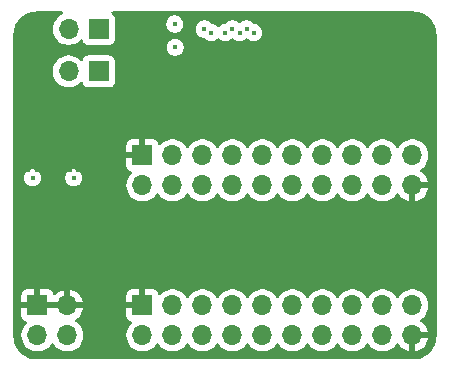
<source format=gbr>
%TF.GenerationSoftware,KiCad,Pcbnew,9.0.0-rc3-b7b28e555e~182~ubuntu24.04.1*%
%TF.CreationDate,2025-02-14T00:47:13-05:00*%
%TF.ProjectId,SharpBreakout,53686172-7042-4726-9561-6b6f75742e6b,rev?*%
%TF.SameCoordinates,Original*%
%TF.FileFunction,Copper,L2,Inr*%
%TF.FilePolarity,Positive*%
%FSLAX46Y46*%
G04 Gerber Fmt 4.6, Leading zero omitted, Abs format (unit mm)*
G04 Created by KiCad (PCBNEW 9.0.0-rc3-b7b28e555e~182~ubuntu24.04.1) date 2025-02-14 00:47:13*
%MOMM*%
%LPD*%
G01*
G04 APERTURE LIST*
%TA.AperFunction,ComponentPad*%
%ADD10R,1.700000X1.700000*%
%TD*%
%TA.AperFunction,ComponentPad*%
%ADD11O,1.700000X1.700000*%
%TD*%
%TA.AperFunction,ViaPad*%
%ADD12C,0.450000*%
%TD*%
%TA.AperFunction,ViaPad*%
%ADD13C,0.600000*%
%TD*%
G04 APERTURE END LIST*
D10*
%TO.N,/VDD1*%
%TO.C,J6*%
X133455000Y-88140000D03*
D11*
%TO.N,Net-(J6-Pin_2)*%
X130915000Y-88140000D03*
%TD*%
D10*
%TO.N,/VDD2*%
%TO.C,J2*%
X133455000Y-84540000D03*
D11*
%TO.N,Net-(J2-Pin_2)*%
X130915000Y-84540000D03*
%TD*%
D10*
%TO.N,GND*%
%TO.C,J3*%
X137155000Y-95245000D03*
D11*
%TO.N,unconnected-(J3-Pin_2-Pad2)*%
X137155000Y-97785000D03*
%TO.N,/BCK*%
X139695000Y-95245000D03*
%TO.N,/R1*%
X139695000Y-97785000D03*
%TO.N,/G1*%
X142235000Y-95245000D03*
%TO.N,/B1*%
X142235000Y-97785000D03*
%TO.N,unconnected-(J3-Pin_7-Pad7)*%
X144775000Y-95245000D03*
%TO.N,/VB*%
X144775000Y-97785000D03*
%TO.N,unconnected-(J3-Pin_9-Pad9)*%
X147315000Y-95245000D03*
%TO.N,unconnected-(J3-Pin_10-Pad10)*%
X147315000Y-97785000D03*
%TO.N,unconnected-(J3-Pin_11-Pad11)*%
X149855000Y-95245000D03*
%TO.N,unconnected-(J3-Pin_12-Pad12)*%
X149855000Y-97785000D03*
%TO.N,unconnected-(J3-Pin_13-Pad13)*%
X152395000Y-95245000D03*
%TO.N,unconnected-(J3-Pin_14-Pad14)*%
X152395000Y-97785000D03*
%TO.N,unconnected-(J3-Pin_15-Pad15)*%
X154935000Y-95245000D03*
%TO.N,unconnected-(J3-Pin_16-Pad16)*%
X154935000Y-97785000D03*
%TO.N,unconnected-(J3-Pin_17-Pad17)*%
X157475000Y-95245000D03*
%TO.N,unconnected-(J3-Pin_18-Pad18)*%
X157475000Y-97785000D03*
%TO.N,unconnected-(J3-Pin_19-Pad19)*%
X160015000Y-95245000D03*
%TO.N,GND*%
X160015000Y-97785000D03*
%TD*%
D10*
%TO.N,GND*%
%TO.C,J5*%
X137155000Y-107945000D03*
D11*
%TO.N,VDDIO*%
X137155000Y-110485000D03*
%TO.N,unconnected-(J5-Pin_3-Pad3)*%
X139695000Y-107945000D03*
%TO.N,unconnected-(J5-Pin_4-Pad4)*%
X139695000Y-110485000D03*
%TO.N,unconnected-(J5-Pin_5-Pad5)*%
X142235000Y-107945000D03*
%TO.N,unconnected-(J5-Pin_6-Pad6)*%
X142235000Y-110485000D03*
%TO.N,/VDDIO_EN*%
X144775000Y-107945000D03*
%TO.N,/VBUS_EN*%
X144775000Y-110485000D03*
%TO.N,/INTB*%
X147315000Y-107945000D03*
%TO.N,/GCK*%
X147315000Y-110485000D03*
%TO.N,/GSP*%
X149855000Y-107945000D03*
%TO.N,/VA*%
X149855000Y-110485000D03*
%TO.N,/BSP*%
X152395000Y-107945000D03*
%TO.N,/GEN*%
X152395000Y-110485000D03*
%TO.N,/G0*%
X154935000Y-107945000D03*
%TO.N,/R0*%
X154935000Y-110485000D03*
%TO.N,unconnected-(J5-Pin_17-Pad17)*%
X157475000Y-107945000D03*
%TO.N,/B0*%
X157475000Y-110485000D03*
%TO.N,unconnected-(J5-Pin_19-Pad19)*%
X160015000Y-107945000D03*
%TO.N,GND*%
X160015000Y-110485000D03*
%TD*%
D10*
%TO.N,GND*%
%TO.C,J4*%
X128265000Y-107945000D03*
D11*
%TO.N,VBUS*%
X128265000Y-110485000D03*
%TO.N,GND*%
X130805000Y-107945000D03*
%TO.N,VDDEXT*%
X130805000Y-110485000D03*
%TD*%
D12*
%TO.N,/GSP*%
X142380000Y-84550000D03*
%TO.N,/GEN*%
X142980000Y-84860000D03*
%TO.N,/BSP*%
X144780000Y-84550000D03*
%TO.N,/G0*%
X145980000Y-84550000D03*
%TO.N,/B0*%
X146580000Y-84860000D03*
%TO.N,GND*%
X130400000Y-100075000D03*
X159750000Y-85910000D03*
X143810000Y-104270000D03*
X136390000Y-89470000D03*
D13*
X127875000Y-84175000D03*
D12*
X131700000Y-96500000D03*
X127490000Y-96500000D03*
X149370000Y-102890000D03*
X156240000Y-85910000D03*
X151760000Y-104080000D03*
X159830000Y-105580000D03*
X144450000Y-88800000D03*
X142810000Y-103270000D03*
X134710000Y-105230000D03*
X146630000Y-103670000D03*
X144870000Y-105350000D03*
X150390000Y-105480000D03*
X144850000Y-103350000D03*
X146640000Y-105370000D03*
X144454000Y-86890000D03*
X156220000Y-92420000D03*
X147890000Y-103790000D03*
X128740000Y-88320000D03*
X139750000Y-88680000D03*
X156220000Y-89300000D03*
X157620000Y-103490000D03*
X126900000Y-100050000D03*
X157400000Y-100820000D03*
X128220000Y-96500000D03*
X159780000Y-89280000D03*
D13*
X126900000Y-85475000D03*
D12*
X153070000Y-105580000D03*
X131510000Y-94000000D03*
X152140000Y-92390000D03*
X131090000Y-101490000D03*
X151760000Y-105580000D03*
X128800000Y-94000000D03*
X144450000Y-87660000D03*
X159710000Y-100720000D03*
X153070000Y-104050000D03*
X152070000Y-85910000D03*
X136075000Y-86100000D03*
X131040000Y-96500000D03*
X152000000Y-89200000D03*
X150260000Y-103840000D03*
X159870000Y-92440000D03*
X147910000Y-105310000D03*
X157650000Y-105480000D03*
X139340000Y-105400000D03*
X159760000Y-103400000D03*
X136075000Y-84100000D03*
X128710000Y-91410000D03*
%TO.N,/R0*%
X145380000Y-84860000D03*
%TO.N,/VDD2*%
X139900000Y-84125000D03*
%TO.N,/VDD1*%
X144180000Y-84860000D03*
X139925000Y-86085000D03*
%TO.N,/VBUS_EN*%
X127850000Y-97150000D03*
%TO.N,/VDDIO_EN*%
X131350000Y-97150000D03*
%TD*%
%TA.AperFunction,Conductor*%
%TO.N,GND*%
G36*
X130339075Y-107752007D02*
G01*
X130305000Y-107879174D01*
X130305000Y-108010826D01*
X130339075Y-108137993D01*
X130371988Y-108195000D01*
X128698012Y-108195000D01*
X128730925Y-108137993D01*
X128765000Y-108010826D01*
X128765000Y-107879174D01*
X128730925Y-107752007D01*
X128698012Y-107695000D01*
X130371988Y-107695000D01*
X130339075Y-107752007D01*
G37*
%TD.AperFunction*%
%TA.AperFunction,Conductor*%
G36*
X130414682Y-83070185D02*
G01*
X130460437Y-83122989D01*
X130470381Y-83192147D01*
X130441356Y-83255703D01*
X130400415Y-83285222D01*
X130400929Y-83286231D01*
X130207179Y-83384951D01*
X130035213Y-83509890D01*
X129884890Y-83660213D01*
X129759951Y-83832179D01*
X129663444Y-84021585D01*
X129663443Y-84021587D01*
X129663443Y-84021588D01*
X129642022Y-84087514D01*
X129597753Y-84223760D01*
X129564500Y-84433713D01*
X129564500Y-84646286D01*
X129592428Y-84822620D01*
X129597754Y-84856243D01*
X129648519Y-85012482D01*
X129663444Y-85058414D01*
X129759951Y-85247820D01*
X129884890Y-85419786D01*
X130035213Y-85570109D01*
X130207179Y-85695048D01*
X130207181Y-85695049D01*
X130207184Y-85695051D01*
X130396588Y-85791557D01*
X130598757Y-85857246D01*
X130808713Y-85890500D01*
X130808714Y-85890500D01*
X131021286Y-85890500D01*
X131021287Y-85890500D01*
X131231243Y-85857246D01*
X131433412Y-85791557D01*
X131622816Y-85695051D01*
X131794792Y-85570104D01*
X131908329Y-85456566D01*
X131969648Y-85423084D01*
X132039340Y-85428068D01*
X132095274Y-85469939D01*
X132112189Y-85500917D01*
X132161202Y-85632328D01*
X132161206Y-85632335D01*
X132247452Y-85747544D01*
X132247455Y-85747547D01*
X132362664Y-85833793D01*
X132362671Y-85833797D01*
X132497517Y-85884091D01*
X132497516Y-85884091D01*
X132504444Y-85884835D01*
X132557127Y-85890500D01*
X134352872Y-85890499D01*
X134404201Y-85884981D01*
X134411814Y-85884163D01*
X134412483Y-85884091D01*
X134547328Y-85833797D01*
X134547327Y-85833797D01*
X134547331Y-85833796D01*
X134662546Y-85747546D01*
X134748796Y-85632331D01*
X134799091Y-85497483D01*
X134805500Y-85437873D01*
X134805499Y-84196457D01*
X139174499Y-84196457D01*
X139202379Y-84336614D01*
X139202381Y-84336620D01*
X139257069Y-84468650D01*
X139257074Y-84468659D01*
X139336467Y-84587478D01*
X139336470Y-84587482D01*
X139437517Y-84688529D01*
X139437521Y-84688532D01*
X139556340Y-84767925D01*
X139556346Y-84767928D01*
X139556347Y-84767929D01*
X139688380Y-84822619D01*
X139688384Y-84822619D01*
X139688385Y-84822620D01*
X139828542Y-84850500D01*
X139828545Y-84850500D01*
X139971457Y-84850500D01*
X140065751Y-84831742D01*
X140111620Y-84822619D01*
X140243653Y-84767929D01*
X140362479Y-84688532D01*
X140429554Y-84621457D01*
X141654499Y-84621457D01*
X141682379Y-84761614D01*
X141682381Y-84761620D01*
X141737069Y-84893650D01*
X141737074Y-84893659D01*
X141816467Y-85012478D01*
X141816470Y-85012482D01*
X141917517Y-85113529D01*
X141917521Y-85113532D01*
X142036340Y-85192925D01*
X142036346Y-85192928D01*
X142036347Y-85192929D01*
X142168380Y-85247619D01*
X142168384Y-85247619D01*
X142168385Y-85247620D01*
X142308542Y-85275500D01*
X142308545Y-85275500D01*
X142319266Y-85275500D01*
X142386305Y-85295185D01*
X142412143Y-85318188D01*
X142412160Y-85318172D01*
X142412437Y-85318449D01*
X142415125Y-85320842D01*
X142416473Y-85322485D01*
X142517517Y-85423529D01*
X142517521Y-85423532D01*
X142636340Y-85502925D01*
X142636346Y-85502928D01*
X142636347Y-85502929D01*
X142768380Y-85557619D01*
X142768384Y-85557619D01*
X142768385Y-85557620D01*
X142908542Y-85585500D01*
X142908545Y-85585500D01*
X143051457Y-85585500D01*
X143145751Y-85566742D01*
X143191620Y-85557619D01*
X143323653Y-85502929D01*
X143442479Y-85423532D01*
X143446225Y-85419786D01*
X143492319Y-85373693D01*
X143553642Y-85340208D01*
X143623334Y-85345192D01*
X143667681Y-85373693D01*
X143717517Y-85423529D01*
X143717521Y-85423532D01*
X143836340Y-85502925D01*
X143836346Y-85502928D01*
X143836347Y-85502929D01*
X143968380Y-85557619D01*
X143968384Y-85557619D01*
X143968385Y-85557620D01*
X144108542Y-85585500D01*
X144108545Y-85585500D01*
X144251457Y-85585500D01*
X144345751Y-85566742D01*
X144391620Y-85557619D01*
X144523653Y-85502929D01*
X144642479Y-85423532D01*
X144646225Y-85419786D01*
X144692319Y-85373693D01*
X144753642Y-85340208D01*
X144823334Y-85345192D01*
X144867681Y-85373693D01*
X144917517Y-85423529D01*
X144917521Y-85423532D01*
X145036340Y-85502925D01*
X145036346Y-85502928D01*
X145036347Y-85502929D01*
X145168380Y-85557619D01*
X145168384Y-85557619D01*
X145168385Y-85557620D01*
X145308542Y-85585500D01*
X145308545Y-85585500D01*
X145451457Y-85585500D01*
X145545751Y-85566742D01*
X145591620Y-85557619D01*
X145723653Y-85502929D01*
X145842479Y-85423532D01*
X145846225Y-85419786D01*
X145892319Y-85373693D01*
X145953642Y-85340208D01*
X146023334Y-85345192D01*
X146067681Y-85373693D01*
X146117517Y-85423529D01*
X146117521Y-85423532D01*
X146236340Y-85502925D01*
X146236346Y-85502928D01*
X146236347Y-85502929D01*
X146368380Y-85557619D01*
X146368384Y-85557619D01*
X146368385Y-85557620D01*
X146508542Y-85585500D01*
X146508545Y-85585500D01*
X146651457Y-85585500D01*
X146745751Y-85566742D01*
X146791620Y-85557619D01*
X146923653Y-85502929D01*
X147042479Y-85423532D01*
X147143532Y-85322479D01*
X147222929Y-85203653D01*
X147277619Y-85071620D01*
X147286742Y-85025751D01*
X147305500Y-84931457D01*
X147305500Y-84788542D01*
X147277620Y-84648385D01*
X147277619Y-84648384D01*
X147277619Y-84648380D01*
X147222929Y-84516347D01*
X147222928Y-84516346D01*
X147222925Y-84516340D01*
X147143532Y-84397521D01*
X147143529Y-84397517D01*
X147042482Y-84296470D01*
X147042478Y-84296467D01*
X146923659Y-84217074D01*
X146923650Y-84217069D01*
X146791620Y-84162381D01*
X146791614Y-84162379D01*
X146651457Y-84134500D01*
X146651455Y-84134500D01*
X146640734Y-84134500D01*
X146573695Y-84114815D01*
X146547856Y-84091811D01*
X146547840Y-84091828D01*
X146547562Y-84091550D01*
X146544875Y-84089158D01*
X146543526Y-84087514D01*
X146442482Y-83986470D01*
X146442478Y-83986467D01*
X146323659Y-83907074D01*
X146323650Y-83907069D01*
X146191620Y-83852381D01*
X146191614Y-83852379D01*
X146051457Y-83824500D01*
X146051455Y-83824500D01*
X145908545Y-83824500D01*
X145908543Y-83824500D01*
X145768385Y-83852379D01*
X145768379Y-83852381D01*
X145636349Y-83907069D01*
X145636340Y-83907074D01*
X145517521Y-83986467D01*
X145517517Y-83986470D01*
X145467681Y-84036307D01*
X145406358Y-84069792D01*
X145336666Y-84064808D01*
X145292319Y-84036307D01*
X145242482Y-83986470D01*
X145242478Y-83986467D01*
X145123659Y-83907074D01*
X145123650Y-83907069D01*
X144991620Y-83852381D01*
X144991614Y-83852379D01*
X144851457Y-83824500D01*
X144851455Y-83824500D01*
X144708545Y-83824500D01*
X144708543Y-83824500D01*
X144568385Y-83852379D01*
X144568379Y-83852381D01*
X144436349Y-83907069D01*
X144436340Y-83907074D01*
X144317521Y-83986467D01*
X144317517Y-83986470D01*
X144216473Y-84087514D01*
X144215125Y-84089158D01*
X144214199Y-84089788D01*
X144212160Y-84091828D01*
X144211773Y-84091441D01*
X144157382Y-84128496D01*
X144119266Y-84134500D01*
X144108543Y-84134500D01*
X143968385Y-84162379D01*
X143968379Y-84162381D01*
X143836349Y-84217069D01*
X143836340Y-84217074D01*
X143717521Y-84296467D01*
X143717517Y-84296470D01*
X143667681Y-84346307D01*
X143606358Y-84379792D01*
X143536666Y-84374808D01*
X143492319Y-84346307D01*
X143442482Y-84296470D01*
X143442478Y-84296467D01*
X143323659Y-84217074D01*
X143323650Y-84217069D01*
X143191620Y-84162381D01*
X143191614Y-84162379D01*
X143051457Y-84134500D01*
X143051455Y-84134500D01*
X143040734Y-84134500D01*
X142973695Y-84114815D01*
X142947856Y-84091811D01*
X142947840Y-84091828D01*
X142947562Y-84091550D01*
X142944875Y-84089158D01*
X142943526Y-84087514D01*
X142842482Y-83986470D01*
X142842478Y-83986467D01*
X142723659Y-83907074D01*
X142723650Y-83907069D01*
X142591620Y-83852381D01*
X142591614Y-83852379D01*
X142451457Y-83824500D01*
X142451455Y-83824500D01*
X142308545Y-83824500D01*
X142308543Y-83824500D01*
X142168385Y-83852379D01*
X142168379Y-83852381D01*
X142036349Y-83907069D01*
X142036340Y-83907074D01*
X141917521Y-83986467D01*
X141917517Y-83986470D01*
X141816470Y-84087517D01*
X141816467Y-84087521D01*
X141737074Y-84206340D01*
X141737069Y-84206349D01*
X141682381Y-84338379D01*
X141682379Y-84338385D01*
X141654500Y-84478542D01*
X141654500Y-84478545D01*
X141654500Y-84621455D01*
X141654500Y-84621457D01*
X141654499Y-84621457D01*
X140429554Y-84621457D01*
X140463532Y-84587479D01*
X140542929Y-84468653D01*
X140597619Y-84336620D01*
X140623532Y-84206349D01*
X140625500Y-84196457D01*
X140625500Y-84053542D01*
X140597620Y-83913385D01*
X140597619Y-83913384D01*
X140597619Y-83913380D01*
X140542929Y-83781347D01*
X140542928Y-83781346D01*
X140542925Y-83781340D01*
X140463532Y-83662521D01*
X140463529Y-83662517D01*
X140362482Y-83561470D01*
X140362478Y-83561467D01*
X140243659Y-83482074D01*
X140243650Y-83482069D01*
X140111620Y-83427381D01*
X140111614Y-83427379D01*
X139971457Y-83399500D01*
X139971455Y-83399500D01*
X139828545Y-83399500D01*
X139828543Y-83399500D01*
X139688385Y-83427379D01*
X139688379Y-83427381D01*
X139556349Y-83482069D01*
X139556340Y-83482074D01*
X139437521Y-83561467D01*
X139437517Y-83561470D01*
X139336470Y-83662517D01*
X139336467Y-83662521D01*
X139257074Y-83781340D01*
X139257069Y-83781349D01*
X139202381Y-83913379D01*
X139202379Y-83913385D01*
X139174500Y-84053542D01*
X139174500Y-84053545D01*
X139174500Y-84196455D01*
X139174500Y-84196457D01*
X139174499Y-84196457D01*
X134805499Y-84196457D01*
X134805499Y-83642128D01*
X134799091Y-83582517D01*
X134797810Y-83579083D01*
X134748797Y-83447671D01*
X134748793Y-83447664D01*
X134662547Y-83332455D01*
X134662544Y-83332452D01*
X134584150Y-83273766D01*
X134542279Y-83217832D01*
X134537295Y-83148141D01*
X134570781Y-83086818D01*
X134632104Y-83053334D01*
X134658461Y-83050500D01*
X159994108Y-83050500D01*
X160055933Y-83050500D01*
X160064043Y-83050765D01*
X160312895Y-83067075D01*
X160328953Y-83069190D01*
X160536105Y-83110395D01*
X160569535Y-83117045D01*
X160585202Y-83121243D01*
X160754947Y-83178863D01*
X160817481Y-83200091D01*
X160832458Y-83206294D01*
X160969278Y-83273766D01*
X161052460Y-83314787D01*
X161066508Y-83322897D01*
X161270464Y-83459177D01*
X161283325Y-83469045D01*
X161298178Y-83482071D01*
X161467749Y-83630781D01*
X161479218Y-83642250D01*
X161640951Y-83826671D01*
X161650825Y-83839539D01*
X161787102Y-84043492D01*
X161795212Y-84057539D01*
X161903702Y-84277534D01*
X161909909Y-84292520D01*
X161988756Y-84524797D01*
X161992954Y-84540464D01*
X162040807Y-84781035D01*
X162042925Y-84797116D01*
X162059235Y-85045956D01*
X162059500Y-85054066D01*
X162059500Y-110525933D01*
X162059235Y-110534043D01*
X162042925Y-110782883D01*
X162040807Y-110798964D01*
X161992954Y-111039535D01*
X161988756Y-111055202D01*
X161909909Y-111287479D01*
X161903702Y-111302465D01*
X161795212Y-111522460D01*
X161787102Y-111536507D01*
X161650825Y-111740460D01*
X161640951Y-111753328D01*
X161479218Y-111937749D01*
X161467749Y-111949218D01*
X161283328Y-112110951D01*
X161270460Y-112120825D01*
X161066507Y-112257102D01*
X161052460Y-112265212D01*
X160832465Y-112373702D01*
X160817479Y-112379909D01*
X160585202Y-112458756D01*
X160569535Y-112462954D01*
X160328964Y-112510807D01*
X160312883Y-112512925D01*
X160064043Y-112529235D01*
X160055933Y-112529500D01*
X128234067Y-112529500D01*
X128225957Y-112529235D01*
X127977116Y-112512925D01*
X127961035Y-112510807D01*
X127720464Y-112462954D01*
X127704797Y-112458756D01*
X127472520Y-112379909D01*
X127457534Y-112373702D01*
X127237539Y-112265212D01*
X127223492Y-112257102D01*
X127019539Y-112120825D01*
X127006671Y-112110951D01*
X126822250Y-111949218D01*
X126810781Y-111937749D01*
X126649048Y-111753328D01*
X126639174Y-111740460D01*
X126636566Y-111736557D01*
X126502897Y-111536507D01*
X126494787Y-111522460D01*
X126489529Y-111511799D01*
X126386294Y-111302458D01*
X126380090Y-111287479D01*
X126301243Y-111055202D01*
X126297045Y-111039535D01*
X126278569Y-110946650D01*
X126249190Y-110798953D01*
X126247075Y-110782895D01*
X126230765Y-110534043D01*
X126230500Y-110525933D01*
X126230500Y-110378713D01*
X126914500Y-110378713D01*
X126914500Y-110591287D01*
X126924534Y-110654644D01*
X126947753Y-110801239D01*
X127013444Y-111003414D01*
X127109951Y-111192820D01*
X127234890Y-111364786D01*
X127385213Y-111515109D01*
X127557179Y-111640048D01*
X127557181Y-111640049D01*
X127557184Y-111640051D01*
X127746588Y-111736557D01*
X127948757Y-111802246D01*
X128158713Y-111835500D01*
X128158714Y-111835500D01*
X128371286Y-111835500D01*
X128371287Y-111835500D01*
X128581243Y-111802246D01*
X128783412Y-111736557D01*
X128972816Y-111640051D01*
X129018639Y-111606759D01*
X129144786Y-111515109D01*
X129144788Y-111515106D01*
X129144792Y-111515104D01*
X129295104Y-111364792D01*
X129295106Y-111364788D01*
X129295109Y-111364786D01*
X129420048Y-111192820D01*
X129420047Y-111192820D01*
X129420051Y-111192816D01*
X129424514Y-111184054D01*
X129472488Y-111133259D01*
X129540308Y-111116463D01*
X129606444Y-111138999D01*
X129645486Y-111184056D01*
X129649951Y-111192820D01*
X129774890Y-111364786D01*
X129925213Y-111515109D01*
X130097179Y-111640048D01*
X130097181Y-111640049D01*
X130097184Y-111640051D01*
X130286588Y-111736557D01*
X130488757Y-111802246D01*
X130698713Y-111835500D01*
X130698714Y-111835500D01*
X130911286Y-111835500D01*
X130911287Y-111835500D01*
X131121243Y-111802246D01*
X131323412Y-111736557D01*
X131512816Y-111640051D01*
X131558639Y-111606759D01*
X131684786Y-111515109D01*
X131684788Y-111515106D01*
X131684792Y-111515104D01*
X131835104Y-111364792D01*
X131835106Y-111364788D01*
X131835109Y-111364786D01*
X131960048Y-111192820D01*
X131960047Y-111192820D01*
X131960051Y-111192816D01*
X132056557Y-111003412D01*
X132122246Y-110801243D01*
X132155500Y-110591287D01*
X132155500Y-110378713D01*
X135804500Y-110378713D01*
X135804500Y-110591287D01*
X135814534Y-110654644D01*
X135837753Y-110801239D01*
X135903444Y-111003414D01*
X135999951Y-111192820D01*
X136124890Y-111364786D01*
X136275213Y-111515109D01*
X136447179Y-111640048D01*
X136447181Y-111640049D01*
X136447184Y-111640051D01*
X136636588Y-111736557D01*
X136838757Y-111802246D01*
X137048713Y-111835500D01*
X137048714Y-111835500D01*
X137261286Y-111835500D01*
X137261287Y-111835500D01*
X137471243Y-111802246D01*
X137673412Y-111736557D01*
X137862816Y-111640051D01*
X137908639Y-111606759D01*
X138034786Y-111515109D01*
X138034788Y-111515106D01*
X138034792Y-111515104D01*
X138185104Y-111364792D01*
X138185106Y-111364788D01*
X138185109Y-111364786D01*
X138310048Y-111192820D01*
X138310047Y-111192820D01*
X138310051Y-111192816D01*
X138314514Y-111184054D01*
X138362488Y-111133259D01*
X138430308Y-111116463D01*
X138496444Y-111138999D01*
X138535486Y-111184056D01*
X138539951Y-111192820D01*
X138664890Y-111364786D01*
X138815213Y-111515109D01*
X138987179Y-111640048D01*
X138987181Y-111640049D01*
X138987184Y-111640051D01*
X139176588Y-111736557D01*
X139378757Y-111802246D01*
X139588713Y-111835500D01*
X139588714Y-111835500D01*
X139801286Y-111835500D01*
X139801287Y-111835500D01*
X140011243Y-111802246D01*
X140213412Y-111736557D01*
X140402816Y-111640051D01*
X140448639Y-111606759D01*
X140574786Y-111515109D01*
X140574788Y-111515106D01*
X140574792Y-111515104D01*
X140725104Y-111364792D01*
X140725106Y-111364788D01*
X140725109Y-111364786D01*
X140850048Y-111192820D01*
X140850047Y-111192820D01*
X140850051Y-111192816D01*
X140854514Y-111184054D01*
X140902488Y-111133259D01*
X140970308Y-111116463D01*
X141036444Y-111138999D01*
X141075486Y-111184056D01*
X141079951Y-111192820D01*
X141204890Y-111364786D01*
X141355213Y-111515109D01*
X141527179Y-111640048D01*
X141527181Y-111640049D01*
X141527184Y-111640051D01*
X141716588Y-111736557D01*
X141918757Y-111802246D01*
X142128713Y-111835500D01*
X142128714Y-111835500D01*
X142341286Y-111835500D01*
X142341287Y-111835500D01*
X142551243Y-111802246D01*
X142753412Y-111736557D01*
X142942816Y-111640051D01*
X142988639Y-111606759D01*
X143114786Y-111515109D01*
X143114788Y-111515106D01*
X143114792Y-111515104D01*
X143265104Y-111364792D01*
X143265106Y-111364788D01*
X143265109Y-111364786D01*
X143390048Y-111192820D01*
X143390047Y-111192820D01*
X143390051Y-111192816D01*
X143394514Y-111184054D01*
X143442488Y-111133259D01*
X143510308Y-111116463D01*
X143576444Y-111138999D01*
X143615486Y-111184056D01*
X143619951Y-111192820D01*
X143744890Y-111364786D01*
X143895213Y-111515109D01*
X144067179Y-111640048D01*
X144067181Y-111640049D01*
X144067184Y-111640051D01*
X144256588Y-111736557D01*
X144458757Y-111802246D01*
X144668713Y-111835500D01*
X144668714Y-111835500D01*
X144881286Y-111835500D01*
X144881287Y-111835500D01*
X145091243Y-111802246D01*
X145293412Y-111736557D01*
X145482816Y-111640051D01*
X145528639Y-111606759D01*
X145654786Y-111515109D01*
X145654788Y-111515106D01*
X145654792Y-111515104D01*
X145805104Y-111364792D01*
X145805106Y-111364788D01*
X145805109Y-111364786D01*
X145930048Y-111192820D01*
X145930047Y-111192820D01*
X145930051Y-111192816D01*
X145934514Y-111184054D01*
X145982488Y-111133259D01*
X146050308Y-111116463D01*
X146116444Y-111138999D01*
X146155486Y-111184056D01*
X146159951Y-111192820D01*
X146284890Y-111364786D01*
X146435213Y-111515109D01*
X146607179Y-111640048D01*
X146607181Y-111640049D01*
X146607184Y-111640051D01*
X146796588Y-111736557D01*
X146998757Y-111802246D01*
X147208713Y-111835500D01*
X147208714Y-111835500D01*
X147421286Y-111835500D01*
X147421287Y-111835500D01*
X147631243Y-111802246D01*
X147833412Y-111736557D01*
X148022816Y-111640051D01*
X148068639Y-111606759D01*
X148194786Y-111515109D01*
X148194788Y-111515106D01*
X148194792Y-111515104D01*
X148345104Y-111364792D01*
X148345106Y-111364788D01*
X148345109Y-111364786D01*
X148470048Y-111192820D01*
X148470047Y-111192820D01*
X148470051Y-111192816D01*
X148474514Y-111184054D01*
X148522488Y-111133259D01*
X148590308Y-111116463D01*
X148656444Y-111138999D01*
X148695486Y-111184056D01*
X148699951Y-111192820D01*
X148824890Y-111364786D01*
X148975213Y-111515109D01*
X149147179Y-111640048D01*
X149147181Y-111640049D01*
X149147184Y-111640051D01*
X149336588Y-111736557D01*
X149538757Y-111802246D01*
X149748713Y-111835500D01*
X149748714Y-111835500D01*
X149961286Y-111835500D01*
X149961287Y-111835500D01*
X150171243Y-111802246D01*
X150373412Y-111736557D01*
X150562816Y-111640051D01*
X150608639Y-111606759D01*
X150734786Y-111515109D01*
X150734788Y-111515106D01*
X150734792Y-111515104D01*
X150885104Y-111364792D01*
X150885106Y-111364788D01*
X150885109Y-111364786D01*
X151010048Y-111192820D01*
X151010047Y-111192820D01*
X151010051Y-111192816D01*
X151014514Y-111184054D01*
X151062488Y-111133259D01*
X151130308Y-111116463D01*
X151196444Y-111138999D01*
X151235486Y-111184056D01*
X151239951Y-111192820D01*
X151364890Y-111364786D01*
X151515213Y-111515109D01*
X151687179Y-111640048D01*
X151687181Y-111640049D01*
X151687184Y-111640051D01*
X151876588Y-111736557D01*
X152078757Y-111802246D01*
X152288713Y-111835500D01*
X152288714Y-111835500D01*
X152501286Y-111835500D01*
X152501287Y-111835500D01*
X152711243Y-111802246D01*
X152913412Y-111736557D01*
X153102816Y-111640051D01*
X153148639Y-111606759D01*
X153274786Y-111515109D01*
X153274788Y-111515106D01*
X153274792Y-111515104D01*
X153425104Y-111364792D01*
X153425106Y-111364788D01*
X153425109Y-111364786D01*
X153550048Y-111192820D01*
X153550047Y-111192820D01*
X153550051Y-111192816D01*
X153554514Y-111184054D01*
X153602488Y-111133259D01*
X153670308Y-111116463D01*
X153736444Y-111138999D01*
X153775486Y-111184056D01*
X153779951Y-111192820D01*
X153904890Y-111364786D01*
X154055213Y-111515109D01*
X154227179Y-111640048D01*
X154227181Y-111640049D01*
X154227184Y-111640051D01*
X154416588Y-111736557D01*
X154618757Y-111802246D01*
X154828713Y-111835500D01*
X154828714Y-111835500D01*
X155041286Y-111835500D01*
X155041287Y-111835500D01*
X155251243Y-111802246D01*
X155453412Y-111736557D01*
X155642816Y-111640051D01*
X155688639Y-111606759D01*
X155814786Y-111515109D01*
X155814788Y-111515106D01*
X155814792Y-111515104D01*
X155965104Y-111364792D01*
X155965106Y-111364788D01*
X155965109Y-111364786D01*
X156090048Y-111192820D01*
X156090047Y-111192820D01*
X156090051Y-111192816D01*
X156094514Y-111184054D01*
X156142488Y-111133259D01*
X156210308Y-111116463D01*
X156276444Y-111138999D01*
X156315486Y-111184056D01*
X156319951Y-111192820D01*
X156444890Y-111364786D01*
X156595213Y-111515109D01*
X156767179Y-111640048D01*
X156767181Y-111640049D01*
X156767184Y-111640051D01*
X156956588Y-111736557D01*
X157158757Y-111802246D01*
X157368713Y-111835500D01*
X157368714Y-111835500D01*
X157581286Y-111835500D01*
X157581287Y-111835500D01*
X157791243Y-111802246D01*
X157993412Y-111736557D01*
X158182816Y-111640051D01*
X158228639Y-111606759D01*
X158354786Y-111515109D01*
X158354788Y-111515106D01*
X158354792Y-111515104D01*
X158505104Y-111364792D01*
X158505106Y-111364788D01*
X158505109Y-111364786D01*
X158630048Y-111192820D01*
X158630051Y-111192816D01*
X158634793Y-111183508D01*
X158682763Y-111132711D01*
X158750583Y-111115911D01*
X158816719Y-111138445D01*
X158855763Y-111183500D01*
X158860377Y-111192555D01*
X158985272Y-111364459D01*
X158985276Y-111364464D01*
X159135535Y-111514723D01*
X159135540Y-111514727D01*
X159307442Y-111639620D01*
X159496782Y-111736095D01*
X159698871Y-111801757D01*
X159765000Y-111812231D01*
X159765000Y-110918012D01*
X159822007Y-110950925D01*
X159949174Y-110985000D01*
X160080826Y-110985000D01*
X160207993Y-110950925D01*
X160265000Y-110918012D01*
X160265000Y-111812230D01*
X160331126Y-111801757D01*
X160331129Y-111801757D01*
X160533217Y-111736095D01*
X160722557Y-111639620D01*
X160894459Y-111514727D01*
X160894464Y-111514723D01*
X161044723Y-111364464D01*
X161044727Y-111364459D01*
X161169620Y-111192557D01*
X161266095Y-111003217D01*
X161331757Y-110801129D01*
X161331757Y-110801126D01*
X161342231Y-110735000D01*
X160448012Y-110735000D01*
X160480925Y-110677993D01*
X160515000Y-110550826D01*
X160515000Y-110419174D01*
X160480925Y-110292007D01*
X160448012Y-110235000D01*
X161342231Y-110235000D01*
X161331757Y-110168873D01*
X161331757Y-110168870D01*
X161266095Y-109966782D01*
X161169620Y-109777442D01*
X161044727Y-109605540D01*
X161044723Y-109605535D01*
X160894464Y-109455276D01*
X160894459Y-109455272D01*
X160722555Y-109330377D01*
X160713500Y-109325763D01*
X160662706Y-109277788D01*
X160645912Y-109209966D01*
X160668451Y-109143832D01*
X160713508Y-109104793D01*
X160722816Y-109100051D01*
X160809471Y-109037093D01*
X160894786Y-108975109D01*
X160894788Y-108975106D01*
X160894792Y-108975104D01*
X161045104Y-108824792D01*
X161045106Y-108824788D01*
X161045109Y-108824786D01*
X161170048Y-108652820D01*
X161170047Y-108652820D01*
X161170051Y-108652816D01*
X161266557Y-108463412D01*
X161332246Y-108261243D01*
X161365500Y-108051287D01*
X161365500Y-107838713D01*
X161332246Y-107628757D01*
X161266557Y-107426588D01*
X161170051Y-107237184D01*
X161170049Y-107237181D01*
X161170048Y-107237179D01*
X161045109Y-107065213D01*
X160894786Y-106914890D01*
X160722820Y-106789951D01*
X160533414Y-106693444D01*
X160533413Y-106693443D01*
X160533412Y-106693443D01*
X160331243Y-106627754D01*
X160331241Y-106627753D01*
X160331240Y-106627753D01*
X160169957Y-106602208D01*
X160121287Y-106594500D01*
X159908713Y-106594500D01*
X159860042Y-106602208D01*
X159698760Y-106627753D01*
X159496585Y-106693444D01*
X159307179Y-106789951D01*
X159135213Y-106914890D01*
X158984890Y-107065213D01*
X158859949Y-107237182D01*
X158855484Y-107245946D01*
X158807509Y-107296742D01*
X158739688Y-107313536D01*
X158673553Y-107290998D01*
X158634516Y-107245946D01*
X158630050Y-107237182D01*
X158505109Y-107065213D01*
X158354786Y-106914890D01*
X158182820Y-106789951D01*
X157993414Y-106693444D01*
X157993413Y-106693443D01*
X157993412Y-106693443D01*
X157791243Y-106627754D01*
X157791241Y-106627753D01*
X157791240Y-106627753D01*
X157629957Y-106602208D01*
X157581287Y-106594500D01*
X157368713Y-106594500D01*
X157320042Y-106602208D01*
X157158760Y-106627753D01*
X156956585Y-106693444D01*
X156767179Y-106789951D01*
X156595213Y-106914890D01*
X156444890Y-107065213D01*
X156319949Y-107237182D01*
X156315484Y-107245946D01*
X156267509Y-107296742D01*
X156199688Y-107313536D01*
X156133553Y-107290998D01*
X156094516Y-107245946D01*
X156090050Y-107237182D01*
X155965109Y-107065213D01*
X155814786Y-106914890D01*
X155642820Y-106789951D01*
X155453414Y-106693444D01*
X155453413Y-106693443D01*
X155453412Y-106693443D01*
X155251243Y-106627754D01*
X155251241Y-106627753D01*
X155251240Y-106627753D01*
X155089957Y-106602208D01*
X155041287Y-106594500D01*
X154828713Y-106594500D01*
X154780042Y-106602208D01*
X154618760Y-106627753D01*
X154416585Y-106693444D01*
X154227179Y-106789951D01*
X154055213Y-106914890D01*
X153904890Y-107065213D01*
X153779949Y-107237182D01*
X153775484Y-107245946D01*
X153727509Y-107296742D01*
X153659688Y-107313536D01*
X153593553Y-107290998D01*
X153554516Y-107245946D01*
X153550050Y-107237182D01*
X153425109Y-107065213D01*
X153274786Y-106914890D01*
X153102820Y-106789951D01*
X152913414Y-106693444D01*
X152913413Y-106693443D01*
X152913412Y-106693443D01*
X152711243Y-106627754D01*
X152711241Y-106627753D01*
X152711240Y-106627753D01*
X152549957Y-106602208D01*
X152501287Y-106594500D01*
X152288713Y-106594500D01*
X152240042Y-106602208D01*
X152078760Y-106627753D01*
X151876585Y-106693444D01*
X151687179Y-106789951D01*
X151515213Y-106914890D01*
X151364890Y-107065213D01*
X151239949Y-107237182D01*
X151235484Y-107245946D01*
X151187509Y-107296742D01*
X151119688Y-107313536D01*
X151053553Y-107290998D01*
X151014516Y-107245946D01*
X151010050Y-107237182D01*
X150885109Y-107065213D01*
X150734786Y-106914890D01*
X150562820Y-106789951D01*
X150373414Y-106693444D01*
X150373413Y-106693443D01*
X150373412Y-106693443D01*
X150171243Y-106627754D01*
X150171241Y-106627753D01*
X150171240Y-106627753D01*
X150009957Y-106602208D01*
X149961287Y-106594500D01*
X149748713Y-106594500D01*
X149700042Y-106602208D01*
X149538760Y-106627753D01*
X149336585Y-106693444D01*
X149147179Y-106789951D01*
X148975213Y-106914890D01*
X148824890Y-107065213D01*
X148699949Y-107237182D01*
X148695484Y-107245946D01*
X148647509Y-107296742D01*
X148579688Y-107313536D01*
X148513553Y-107290998D01*
X148474516Y-107245946D01*
X148470050Y-107237182D01*
X148345109Y-107065213D01*
X148194786Y-106914890D01*
X148022820Y-106789951D01*
X147833414Y-106693444D01*
X147833413Y-106693443D01*
X147833412Y-106693443D01*
X147631243Y-106627754D01*
X147631241Y-106627753D01*
X147631240Y-106627753D01*
X147469957Y-106602208D01*
X147421287Y-106594500D01*
X147208713Y-106594500D01*
X147160042Y-106602208D01*
X146998760Y-106627753D01*
X146796585Y-106693444D01*
X146607179Y-106789951D01*
X146435213Y-106914890D01*
X146284890Y-107065213D01*
X146159949Y-107237182D01*
X146155484Y-107245946D01*
X146107509Y-107296742D01*
X146039688Y-107313536D01*
X145973553Y-107290998D01*
X145934516Y-107245946D01*
X145930050Y-107237182D01*
X145805109Y-107065213D01*
X145654786Y-106914890D01*
X145482820Y-106789951D01*
X145293414Y-106693444D01*
X145293413Y-106693443D01*
X145293412Y-106693443D01*
X145091243Y-106627754D01*
X145091241Y-106627753D01*
X145091240Y-106627753D01*
X144929957Y-106602208D01*
X144881287Y-106594500D01*
X144668713Y-106594500D01*
X144620042Y-106602208D01*
X144458760Y-106627753D01*
X144256585Y-106693444D01*
X144067179Y-106789951D01*
X143895213Y-106914890D01*
X143744890Y-107065213D01*
X143619949Y-107237182D01*
X143615484Y-107245946D01*
X143567509Y-107296742D01*
X143499688Y-107313536D01*
X143433553Y-107290998D01*
X143394516Y-107245946D01*
X143390050Y-107237182D01*
X143265109Y-107065213D01*
X143114786Y-106914890D01*
X142942820Y-106789951D01*
X142753414Y-106693444D01*
X142753413Y-106693443D01*
X142753412Y-106693443D01*
X142551243Y-106627754D01*
X142551241Y-106627753D01*
X142551240Y-106627753D01*
X142389957Y-106602208D01*
X142341287Y-106594500D01*
X142128713Y-106594500D01*
X142080042Y-106602208D01*
X141918760Y-106627753D01*
X141716585Y-106693444D01*
X141527179Y-106789951D01*
X141355213Y-106914890D01*
X141204890Y-107065213D01*
X141079949Y-107237182D01*
X141075484Y-107245946D01*
X141027509Y-107296742D01*
X140959688Y-107313536D01*
X140893553Y-107290998D01*
X140854516Y-107245946D01*
X140850050Y-107237182D01*
X140725109Y-107065213D01*
X140574786Y-106914890D01*
X140402820Y-106789951D01*
X140213414Y-106693444D01*
X140213413Y-106693443D01*
X140213412Y-106693443D01*
X140011243Y-106627754D01*
X140011241Y-106627753D01*
X140011240Y-106627753D01*
X139849957Y-106602208D01*
X139801287Y-106594500D01*
X139588713Y-106594500D01*
X139540042Y-106602208D01*
X139378760Y-106627753D01*
X139176585Y-106693444D01*
X138987179Y-106789951D01*
X138815215Y-106914889D01*
X138701285Y-107028819D01*
X138639962Y-107062303D01*
X138570270Y-107057319D01*
X138514337Y-107015447D01*
X138497422Y-106984470D01*
X138448354Y-106852913D01*
X138448350Y-106852906D01*
X138362190Y-106737812D01*
X138362187Y-106737809D01*
X138247093Y-106651649D01*
X138247086Y-106651645D01*
X138112379Y-106601403D01*
X138112372Y-106601401D01*
X138052844Y-106595000D01*
X137405000Y-106595000D01*
X137405000Y-107511988D01*
X137347993Y-107479075D01*
X137220826Y-107445000D01*
X137089174Y-107445000D01*
X136962007Y-107479075D01*
X136905000Y-107511988D01*
X136905000Y-106595000D01*
X136257155Y-106595000D01*
X136197627Y-106601401D01*
X136197620Y-106601403D01*
X136062913Y-106651645D01*
X136062906Y-106651649D01*
X135947812Y-106737809D01*
X135947809Y-106737812D01*
X135861649Y-106852906D01*
X135861645Y-106852913D01*
X135811403Y-106987620D01*
X135811401Y-106987627D01*
X135805000Y-107047155D01*
X135805000Y-107695000D01*
X136721988Y-107695000D01*
X136689075Y-107752007D01*
X136655000Y-107879174D01*
X136655000Y-108010826D01*
X136689075Y-108137993D01*
X136721988Y-108195000D01*
X135805000Y-108195000D01*
X135805000Y-108842844D01*
X135811401Y-108902372D01*
X135811403Y-108902379D01*
X135861645Y-109037086D01*
X135861649Y-109037093D01*
X135947809Y-109152187D01*
X135947812Y-109152190D01*
X136062906Y-109238350D01*
X136062913Y-109238354D01*
X136194470Y-109287422D01*
X136250404Y-109329293D01*
X136274821Y-109394758D01*
X136259969Y-109463031D01*
X136238819Y-109491285D01*
X136124889Y-109605215D01*
X135999951Y-109777179D01*
X135903444Y-109966585D01*
X135837753Y-110168760D01*
X135836291Y-110177993D01*
X135804500Y-110378713D01*
X132155500Y-110378713D01*
X132122246Y-110168757D01*
X132056557Y-109966588D01*
X131960051Y-109777184D01*
X131960049Y-109777181D01*
X131960048Y-109777179D01*
X131835109Y-109605213D01*
X131684786Y-109454890D01*
X131512817Y-109329949D01*
X131503504Y-109325204D01*
X131452707Y-109277230D01*
X131435912Y-109209409D01*
X131458449Y-109143274D01*
X131503507Y-109104232D01*
X131512558Y-109099620D01*
X131684459Y-108974727D01*
X131684464Y-108974723D01*
X131834723Y-108824464D01*
X131834727Y-108824459D01*
X131959620Y-108652557D01*
X132056095Y-108463217D01*
X132121757Y-108261129D01*
X132121757Y-108261126D01*
X132132231Y-108195000D01*
X131238012Y-108195000D01*
X131270925Y-108137993D01*
X131305000Y-108010826D01*
X131305000Y-107879174D01*
X131270925Y-107752007D01*
X131238012Y-107695000D01*
X132132231Y-107695000D01*
X132121757Y-107628873D01*
X132121757Y-107628870D01*
X132056095Y-107426782D01*
X131959620Y-107237442D01*
X131871925Y-107116739D01*
X131871922Y-107116736D01*
X131834721Y-107065533D01*
X131684464Y-106915276D01*
X131684459Y-106915272D01*
X131512557Y-106790379D01*
X131323215Y-106693903D01*
X131121124Y-106628241D01*
X131055000Y-106617768D01*
X131055000Y-107511988D01*
X130997993Y-107479075D01*
X130870826Y-107445000D01*
X130739174Y-107445000D01*
X130612007Y-107479075D01*
X130555000Y-107511988D01*
X130555000Y-106617768D01*
X130554999Y-106617768D01*
X130488875Y-106628241D01*
X130286784Y-106693903D01*
X130097442Y-106790379D01*
X129925541Y-106915271D01*
X129811477Y-107029335D01*
X129750154Y-107062819D01*
X129680462Y-107057835D01*
X129624529Y-107015963D01*
X129607614Y-106984986D01*
X129558354Y-106852913D01*
X129558350Y-106852906D01*
X129472190Y-106737812D01*
X129472187Y-106737809D01*
X129357093Y-106651649D01*
X129357086Y-106651645D01*
X129222379Y-106601403D01*
X129222372Y-106601401D01*
X129162844Y-106595000D01*
X128515000Y-106595000D01*
X128515000Y-107511988D01*
X128457993Y-107479075D01*
X128330826Y-107445000D01*
X128199174Y-107445000D01*
X128072007Y-107479075D01*
X128015000Y-107511988D01*
X128015000Y-106595000D01*
X127367155Y-106595000D01*
X127307627Y-106601401D01*
X127307620Y-106601403D01*
X127172913Y-106651645D01*
X127172906Y-106651649D01*
X127057812Y-106737809D01*
X127057809Y-106737812D01*
X126971649Y-106852906D01*
X126971645Y-106852913D01*
X126921403Y-106987620D01*
X126921401Y-106987627D01*
X126915000Y-107047155D01*
X126915000Y-107695000D01*
X127831988Y-107695000D01*
X127799075Y-107752007D01*
X127765000Y-107879174D01*
X127765000Y-108010826D01*
X127799075Y-108137993D01*
X127831988Y-108195000D01*
X126915000Y-108195000D01*
X126915000Y-108842844D01*
X126921401Y-108902372D01*
X126921403Y-108902379D01*
X126971645Y-109037086D01*
X126971649Y-109037093D01*
X127057809Y-109152187D01*
X127057812Y-109152190D01*
X127172906Y-109238350D01*
X127172913Y-109238354D01*
X127304470Y-109287422D01*
X127360404Y-109329293D01*
X127384821Y-109394758D01*
X127369969Y-109463031D01*
X127348819Y-109491285D01*
X127234889Y-109605215D01*
X127109951Y-109777179D01*
X127013444Y-109966585D01*
X126947753Y-110168760D01*
X126946291Y-110177993D01*
X126914500Y-110378713D01*
X126230500Y-110378713D01*
X126230500Y-97221457D01*
X127124499Y-97221457D01*
X127152379Y-97361614D01*
X127152381Y-97361620D01*
X127207069Y-97493650D01*
X127207074Y-97493659D01*
X127286467Y-97612478D01*
X127286470Y-97612482D01*
X127387517Y-97713529D01*
X127387521Y-97713532D01*
X127506340Y-97792925D01*
X127506346Y-97792928D01*
X127506347Y-97792929D01*
X127638380Y-97847619D01*
X127638384Y-97847619D01*
X127638385Y-97847620D01*
X127778542Y-97875500D01*
X127778545Y-97875500D01*
X127921457Y-97875500D01*
X128015751Y-97856742D01*
X128061620Y-97847619D01*
X128193653Y-97792929D01*
X128312479Y-97713532D01*
X128413532Y-97612479D01*
X128492929Y-97493653D01*
X128547619Y-97361620D01*
X128566484Y-97266782D01*
X128575500Y-97221457D01*
X130624499Y-97221457D01*
X130652379Y-97361614D01*
X130652381Y-97361620D01*
X130707069Y-97493650D01*
X130707074Y-97493659D01*
X130786467Y-97612478D01*
X130786470Y-97612482D01*
X130887517Y-97713529D01*
X130887521Y-97713532D01*
X131006340Y-97792925D01*
X131006346Y-97792928D01*
X131006347Y-97792929D01*
X131138380Y-97847619D01*
X131138384Y-97847619D01*
X131138385Y-97847620D01*
X131278542Y-97875500D01*
X131278545Y-97875500D01*
X131421457Y-97875500D01*
X131515751Y-97856742D01*
X131561620Y-97847619D01*
X131693653Y-97792929D01*
X131812479Y-97713532D01*
X131847298Y-97678713D01*
X135804500Y-97678713D01*
X135804500Y-97891287D01*
X135814534Y-97954644D01*
X135837753Y-98101239D01*
X135903444Y-98303414D01*
X135999951Y-98492820D01*
X136124890Y-98664786D01*
X136275213Y-98815109D01*
X136447179Y-98940048D01*
X136447181Y-98940049D01*
X136447184Y-98940051D01*
X136636588Y-99036557D01*
X136838757Y-99102246D01*
X137048713Y-99135500D01*
X137048714Y-99135500D01*
X137261286Y-99135500D01*
X137261287Y-99135500D01*
X137471243Y-99102246D01*
X137673412Y-99036557D01*
X137862816Y-98940051D01*
X137884789Y-98924086D01*
X138034786Y-98815109D01*
X138034788Y-98815106D01*
X138034792Y-98815104D01*
X138185104Y-98664792D01*
X138185106Y-98664788D01*
X138185109Y-98664786D01*
X138310048Y-98492820D01*
X138310047Y-98492820D01*
X138310051Y-98492816D01*
X138314514Y-98484054D01*
X138362488Y-98433259D01*
X138430308Y-98416463D01*
X138496444Y-98438999D01*
X138535486Y-98484056D01*
X138539951Y-98492820D01*
X138664890Y-98664786D01*
X138815213Y-98815109D01*
X138987179Y-98940048D01*
X138987181Y-98940049D01*
X138987184Y-98940051D01*
X139176588Y-99036557D01*
X139378757Y-99102246D01*
X139588713Y-99135500D01*
X139588714Y-99135500D01*
X139801286Y-99135500D01*
X139801287Y-99135500D01*
X140011243Y-99102246D01*
X140213412Y-99036557D01*
X140402816Y-98940051D01*
X140424789Y-98924086D01*
X140574786Y-98815109D01*
X140574788Y-98815106D01*
X140574792Y-98815104D01*
X140725104Y-98664792D01*
X140725106Y-98664788D01*
X140725109Y-98664786D01*
X140850048Y-98492820D01*
X140850047Y-98492820D01*
X140850051Y-98492816D01*
X140854514Y-98484054D01*
X140902488Y-98433259D01*
X140970308Y-98416463D01*
X141036444Y-98438999D01*
X141075486Y-98484056D01*
X141079951Y-98492820D01*
X141204890Y-98664786D01*
X141355213Y-98815109D01*
X141527179Y-98940048D01*
X141527181Y-98940049D01*
X141527184Y-98940051D01*
X141716588Y-99036557D01*
X141918757Y-99102246D01*
X142128713Y-99135500D01*
X142128714Y-99135500D01*
X142341286Y-99135500D01*
X142341287Y-99135500D01*
X142551243Y-99102246D01*
X142753412Y-99036557D01*
X142942816Y-98940051D01*
X142964789Y-98924086D01*
X143114786Y-98815109D01*
X143114788Y-98815106D01*
X143114792Y-98815104D01*
X143265104Y-98664792D01*
X143265106Y-98664788D01*
X143265109Y-98664786D01*
X143390048Y-98492820D01*
X143390047Y-98492820D01*
X143390051Y-98492816D01*
X143394514Y-98484054D01*
X143442488Y-98433259D01*
X143510308Y-98416463D01*
X143576444Y-98438999D01*
X143615486Y-98484056D01*
X143619951Y-98492820D01*
X143744890Y-98664786D01*
X143895213Y-98815109D01*
X144067179Y-98940048D01*
X144067181Y-98940049D01*
X144067184Y-98940051D01*
X144256588Y-99036557D01*
X144458757Y-99102246D01*
X144668713Y-99135500D01*
X144668714Y-99135500D01*
X144881286Y-99135500D01*
X144881287Y-99135500D01*
X145091243Y-99102246D01*
X145293412Y-99036557D01*
X145482816Y-98940051D01*
X145504789Y-98924086D01*
X145654786Y-98815109D01*
X145654788Y-98815106D01*
X145654792Y-98815104D01*
X145805104Y-98664792D01*
X145805106Y-98664788D01*
X145805109Y-98664786D01*
X145930048Y-98492820D01*
X145930047Y-98492820D01*
X145930051Y-98492816D01*
X145934514Y-98484054D01*
X145982488Y-98433259D01*
X146050308Y-98416463D01*
X146116444Y-98438999D01*
X146155486Y-98484056D01*
X146159951Y-98492820D01*
X146284890Y-98664786D01*
X146435213Y-98815109D01*
X146607179Y-98940048D01*
X146607181Y-98940049D01*
X146607184Y-98940051D01*
X146796588Y-99036557D01*
X146998757Y-99102246D01*
X147208713Y-99135500D01*
X147208714Y-99135500D01*
X147421286Y-99135500D01*
X147421287Y-99135500D01*
X147631243Y-99102246D01*
X147833412Y-99036557D01*
X148022816Y-98940051D01*
X148044789Y-98924086D01*
X148194786Y-98815109D01*
X148194788Y-98815106D01*
X148194792Y-98815104D01*
X148345104Y-98664792D01*
X148345106Y-98664788D01*
X148345109Y-98664786D01*
X148470048Y-98492820D01*
X148470047Y-98492820D01*
X148470051Y-98492816D01*
X148474514Y-98484054D01*
X148522488Y-98433259D01*
X148590308Y-98416463D01*
X148656444Y-98438999D01*
X148695486Y-98484056D01*
X148699951Y-98492820D01*
X148824890Y-98664786D01*
X148975213Y-98815109D01*
X149147179Y-98940048D01*
X149147181Y-98940049D01*
X149147184Y-98940051D01*
X149336588Y-99036557D01*
X149538757Y-99102246D01*
X149748713Y-99135500D01*
X149748714Y-99135500D01*
X149961286Y-99135500D01*
X149961287Y-99135500D01*
X150171243Y-99102246D01*
X150373412Y-99036557D01*
X150562816Y-98940051D01*
X150584789Y-98924086D01*
X150734786Y-98815109D01*
X150734788Y-98815106D01*
X150734792Y-98815104D01*
X150885104Y-98664792D01*
X150885106Y-98664788D01*
X150885109Y-98664786D01*
X151010048Y-98492820D01*
X151010047Y-98492820D01*
X151010051Y-98492816D01*
X151014514Y-98484054D01*
X151062488Y-98433259D01*
X151130308Y-98416463D01*
X151196444Y-98438999D01*
X151235486Y-98484056D01*
X151239951Y-98492820D01*
X151364890Y-98664786D01*
X151515213Y-98815109D01*
X151687179Y-98940048D01*
X151687181Y-98940049D01*
X151687184Y-98940051D01*
X151876588Y-99036557D01*
X152078757Y-99102246D01*
X152288713Y-99135500D01*
X152288714Y-99135500D01*
X152501286Y-99135500D01*
X152501287Y-99135500D01*
X152711243Y-99102246D01*
X152913412Y-99036557D01*
X153102816Y-98940051D01*
X153124789Y-98924086D01*
X153274786Y-98815109D01*
X153274788Y-98815106D01*
X153274792Y-98815104D01*
X153425104Y-98664792D01*
X153425106Y-98664788D01*
X153425109Y-98664786D01*
X153550048Y-98492820D01*
X153550047Y-98492820D01*
X153550051Y-98492816D01*
X153554514Y-98484054D01*
X153602488Y-98433259D01*
X153670308Y-98416463D01*
X153736444Y-98438999D01*
X153775486Y-98484056D01*
X153779951Y-98492820D01*
X153904890Y-98664786D01*
X154055213Y-98815109D01*
X154227179Y-98940048D01*
X154227181Y-98940049D01*
X154227184Y-98940051D01*
X154416588Y-99036557D01*
X154618757Y-99102246D01*
X154828713Y-99135500D01*
X154828714Y-99135500D01*
X155041286Y-99135500D01*
X155041287Y-99135500D01*
X155251243Y-99102246D01*
X155453412Y-99036557D01*
X155642816Y-98940051D01*
X155664789Y-98924086D01*
X155814786Y-98815109D01*
X155814788Y-98815106D01*
X155814792Y-98815104D01*
X155965104Y-98664792D01*
X155965106Y-98664788D01*
X155965109Y-98664786D01*
X156090048Y-98492820D01*
X156090047Y-98492820D01*
X156090051Y-98492816D01*
X156094514Y-98484054D01*
X156142488Y-98433259D01*
X156210308Y-98416463D01*
X156276444Y-98438999D01*
X156315486Y-98484056D01*
X156319951Y-98492820D01*
X156444890Y-98664786D01*
X156595213Y-98815109D01*
X156767179Y-98940048D01*
X156767181Y-98940049D01*
X156767184Y-98940051D01*
X156956588Y-99036557D01*
X157158757Y-99102246D01*
X157368713Y-99135500D01*
X157368714Y-99135500D01*
X157581286Y-99135500D01*
X157581287Y-99135500D01*
X157791243Y-99102246D01*
X157993412Y-99036557D01*
X158182816Y-98940051D01*
X158204789Y-98924086D01*
X158354786Y-98815109D01*
X158354788Y-98815106D01*
X158354792Y-98815104D01*
X158505104Y-98664792D01*
X158505106Y-98664788D01*
X158505109Y-98664786D01*
X158630048Y-98492820D01*
X158630051Y-98492816D01*
X158634793Y-98483508D01*
X158682763Y-98432711D01*
X158750583Y-98415911D01*
X158816719Y-98438445D01*
X158855763Y-98483500D01*
X158860377Y-98492555D01*
X158985272Y-98664459D01*
X158985276Y-98664464D01*
X159135535Y-98814723D01*
X159135540Y-98814727D01*
X159307442Y-98939620D01*
X159496782Y-99036095D01*
X159698871Y-99101757D01*
X159765000Y-99112231D01*
X159765000Y-98218012D01*
X159822007Y-98250925D01*
X159949174Y-98285000D01*
X160080826Y-98285000D01*
X160207993Y-98250925D01*
X160265000Y-98218012D01*
X160265000Y-99112230D01*
X160331126Y-99101757D01*
X160331129Y-99101757D01*
X160533217Y-99036095D01*
X160722557Y-98939620D01*
X160894459Y-98814727D01*
X160894464Y-98814723D01*
X161044723Y-98664464D01*
X161044727Y-98664459D01*
X161169620Y-98492557D01*
X161266095Y-98303217D01*
X161331757Y-98101129D01*
X161331757Y-98101126D01*
X161342231Y-98035000D01*
X160448012Y-98035000D01*
X160480925Y-97977993D01*
X160515000Y-97850826D01*
X160515000Y-97719174D01*
X160480925Y-97592007D01*
X160448012Y-97535000D01*
X161342231Y-97535000D01*
X161331757Y-97468873D01*
X161331757Y-97468870D01*
X161266095Y-97266782D01*
X161169620Y-97077442D01*
X161044727Y-96905540D01*
X161044723Y-96905535D01*
X160894464Y-96755276D01*
X160894459Y-96755272D01*
X160722555Y-96630377D01*
X160713500Y-96625763D01*
X160662706Y-96577788D01*
X160645912Y-96509966D01*
X160668451Y-96443832D01*
X160713508Y-96404793D01*
X160722816Y-96400051D01*
X160809471Y-96337093D01*
X160894786Y-96275109D01*
X160894788Y-96275106D01*
X160894792Y-96275104D01*
X161045104Y-96124792D01*
X161045106Y-96124788D01*
X161045109Y-96124786D01*
X161170048Y-95952820D01*
X161170047Y-95952820D01*
X161170051Y-95952816D01*
X161266557Y-95763412D01*
X161332246Y-95561243D01*
X161365500Y-95351287D01*
X161365500Y-95138713D01*
X161332246Y-94928757D01*
X161266557Y-94726588D01*
X161170051Y-94537184D01*
X161170049Y-94537181D01*
X161170048Y-94537179D01*
X161045109Y-94365213D01*
X160894786Y-94214890D01*
X160722820Y-94089951D01*
X160533414Y-93993444D01*
X160533413Y-93993443D01*
X160533412Y-93993443D01*
X160331243Y-93927754D01*
X160331241Y-93927753D01*
X160331240Y-93927753D01*
X160169957Y-93902208D01*
X160121287Y-93894500D01*
X159908713Y-93894500D01*
X159860042Y-93902208D01*
X159698760Y-93927753D01*
X159496585Y-93993444D01*
X159307179Y-94089951D01*
X159135213Y-94214890D01*
X158984890Y-94365213D01*
X158859949Y-94537182D01*
X158855484Y-94545946D01*
X158807509Y-94596742D01*
X158739688Y-94613536D01*
X158673553Y-94590998D01*
X158634516Y-94545946D01*
X158630050Y-94537182D01*
X158505109Y-94365213D01*
X158354786Y-94214890D01*
X158182820Y-94089951D01*
X157993414Y-93993444D01*
X157993413Y-93993443D01*
X157993412Y-93993443D01*
X157791243Y-93927754D01*
X157791241Y-93927753D01*
X157791240Y-93927753D01*
X157629957Y-93902208D01*
X157581287Y-93894500D01*
X157368713Y-93894500D01*
X157320042Y-93902208D01*
X157158760Y-93927753D01*
X156956585Y-93993444D01*
X156767179Y-94089951D01*
X156595213Y-94214890D01*
X156444890Y-94365213D01*
X156319949Y-94537182D01*
X156315484Y-94545946D01*
X156267509Y-94596742D01*
X156199688Y-94613536D01*
X156133553Y-94590998D01*
X156094516Y-94545946D01*
X156090050Y-94537182D01*
X155965109Y-94365213D01*
X155814786Y-94214890D01*
X155642820Y-94089951D01*
X155453414Y-93993444D01*
X155453413Y-93993443D01*
X155453412Y-93993443D01*
X155251243Y-93927754D01*
X155251241Y-93927753D01*
X155251240Y-93927753D01*
X155089957Y-93902208D01*
X155041287Y-93894500D01*
X154828713Y-93894500D01*
X154780042Y-93902208D01*
X154618760Y-93927753D01*
X154416585Y-93993444D01*
X154227179Y-94089951D01*
X154055213Y-94214890D01*
X153904890Y-94365213D01*
X153779949Y-94537182D01*
X153775484Y-94545946D01*
X153727509Y-94596742D01*
X153659688Y-94613536D01*
X153593553Y-94590998D01*
X153554516Y-94545946D01*
X153550050Y-94537182D01*
X153425109Y-94365213D01*
X153274786Y-94214890D01*
X153102820Y-94089951D01*
X152913414Y-93993444D01*
X152913413Y-93993443D01*
X152913412Y-93993443D01*
X152711243Y-93927754D01*
X152711241Y-93927753D01*
X152711240Y-93927753D01*
X152549957Y-93902208D01*
X152501287Y-93894500D01*
X152288713Y-93894500D01*
X152240042Y-93902208D01*
X152078760Y-93927753D01*
X151876585Y-93993444D01*
X151687179Y-94089951D01*
X151515213Y-94214890D01*
X151364890Y-94365213D01*
X151239949Y-94537182D01*
X151235484Y-94545946D01*
X151187509Y-94596742D01*
X151119688Y-94613536D01*
X151053553Y-94590998D01*
X151014516Y-94545946D01*
X151010050Y-94537182D01*
X150885109Y-94365213D01*
X150734786Y-94214890D01*
X150562820Y-94089951D01*
X150373414Y-93993444D01*
X150373413Y-93993443D01*
X150373412Y-93993443D01*
X150171243Y-93927754D01*
X150171241Y-93927753D01*
X150171240Y-93927753D01*
X150009957Y-93902208D01*
X149961287Y-93894500D01*
X149748713Y-93894500D01*
X149700042Y-93902208D01*
X149538760Y-93927753D01*
X149336585Y-93993444D01*
X149147179Y-94089951D01*
X148975213Y-94214890D01*
X148824890Y-94365213D01*
X148699949Y-94537182D01*
X148695484Y-94545946D01*
X148647509Y-94596742D01*
X148579688Y-94613536D01*
X148513553Y-94590998D01*
X148474516Y-94545946D01*
X148470050Y-94537182D01*
X148345109Y-94365213D01*
X148194786Y-94214890D01*
X148022820Y-94089951D01*
X147833414Y-93993444D01*
X147833413Y-93993443D01*
X147833412Y-93993443D01*
X147631243Y-93927754D01*
X147631241Y-93927753D01*
X147631240Y-93927753D01*
X147469957Y-93902208D01*
X147421287Y-93894500D01*
X147208713Y-93894500D01*
X147160042Y-93902208D01*
X146998760Y-93927753D01*
X146796585Y-93993444D01*
X146607179Y-94089951D01*
X146435213Y-94214890D01*
X146284890Y-94365213D01*
X146159949Y-94537182D01*
X146155484Y-94545946D01*
X146107509Y-94596742D01*
X146039688Y-94613536D01*
X145973553Y-94590998D01*
X145934516Y-94545946D01*
X145930050Y-94537182D01*
X145805109Y-94365213D01*
X145654786Y-94214890D01*
X145482820Y-94089951D01*
X145293414Y-93993444D01*
X145293413Y-93993443D01*
X145293412Y-93993443D01*
X145091243Y-93927754D01*
X145091241Y-93927753D01*
X145091240Y-93927753D01*
X144929957Y-93902208D01*
X144881287Y-93894500D01*
X144668713Y-93894500D01*
X144620042Y-93902208D01*
X144458760Y-93927753D01*
X144256585Y-93993444D01*
X144067179Y-94089951D01*
X143895213Y-94214890D01*
X143744890Y-94365213D01*
X143619949Y-94537182D01*
X143615484Y-94545946D01*
X143567509Y-94596742D01*
X143499688Y-94613536D01*
X143433553Y-94590998D01*
X143394516Y-94545946D01*
X143390050Y-94537182D01*
X143265109Y-94365213D01*
X143114786Y-94214890D01*
X142942820Y-94089951D01*
X142753414Y-93993444D01*
X142753413Y-93993443D01*
X142753412Y-93993443D01*
X142551243Y-93927754D01*
X142551241Y-93927753D01*
X142551240Y-93927753D01*
X142389957Y-93902208D01*
X142341287Y-93894500D01*
X142128713Y-93894500D01*
X142080042Y-93902208D01*
X141918760Y-93927753D01*
X141716585Y-93993444D01*
X141527179Y-94089951D01*
X141355213Y-94214890D01*
X141204890Y-94365213D01*
X141079949Y-94537182D01*
X141075484Y-94545946D01*
X141027509Y-94596742D01*
X140959688Y-94613536D01*
X140893553Y-94590998D01*
X140854516Y-94545946D01*
X140850050Y-94537182D01*
X140725109Y-94365213D01*
X140574786Y-94214890D01*
X140402820Y-94089951D01*
X140213414Y-93993444D01*
X140213413Y-93993443D01*
X140213412Y-93993443D01*
X140011243Y-93927754D01*
X140011241Y-93927753D01*
X140011240Y-93927753D01*
X139849957Y-93902208D01*
X139801287Y-93894500D01*
X139588713Y-93894500D01*
X139540042Y-93902208D01*
X139378760Y-93927753D01*
X139176585Y-93993444D01*
X138987179Y-94089951D01*
X138815215Y-94214889D01*
X138701285Y-94328819D01*
X138639962Y-94362303D01*
X138570270Y-94357319D01*
X138514337Y-94315447D01*
X138497422Y-94284470D01*
X138448354Y-94152913D01*
X138448350Y-94152906D01*
X138362190Y-94037812D01*
X138362187Y-94037809D01*
X138247093Y-93951649D01*
X138247086Y-93951645D01*
X138112379Y-93901403D01*
X138112372Y-93901401D01*
X138052844Y-93895000D01*
X137405000Y-93895000D01*
X137405000Y-94811988D01*
X137347993Y-94779075D01*
X137220826Y-94745000D01*
X137089174Y-94745000D01*
X136962007Y-94779075D01*
X136905000Y-94811988D01*
X136905000Y-93895000D01*
X136257155Y-93895000D01*
X136197627Y-93901401D01*
X136197620Y-93901403D01*
X136062913Y-93951645D01*
X136062906Y-93951649D01*
X135947812Y-94037809D01*
X135947809Y-94037812D01*
X135861649Y-94152906D01*
X135861645Y-94152913D01*
X135811403Y-94287620D01*
X135811401Y-94287627D01*
X135805000Y-94347155D01*
X135805000Y-94995000D01*
X136721988Y-94995000D01*
X136689075Y-95052007D01*
X136655000Y-95179174D01*
X136655000Y-95310826D01*
X136689075Y-95437993D01*
X136721988Y-95495000D01*
X135805000Y-95495000D01*
X135805000Y-96142844D01*
X135811401Y-96202372D01*
X135811403Y-96202379D01*
X135861645Y-96337086D01*
X135861649Y-96337093D01*
X135947809Y-96452187D01*
X135947812Y-96452190D01*
X136062906Y-96538350D01*
X136062913Y-96538354D01*
X136194470Y-96587422D01*
X136250404Y-96629293D01*
X136274821Y-96694758D01*
X136259969Y-96763031D01*
X136238819Y-96791285D01*
X136124889Y-96905215D01*
X135999951Y-97077179D01*
X135903444Y-97266585D01*
X135837753Y-97468760D01*
X135814990Y-97612482D01*
X135804500Y-97678713D01*
X131847298Y-97678713D01*
X131913532Y-97612479D01*
X131914861Y-97610488D01*
X131918563Y-97604951D01*
X131918563Y-97604950D01*
X131992925Y-97493659D01*
X131992925Y-97493658D01*
X131992929Y-97493653D01*
X132047619Y-97361620D01*
X132066484Y-97266782D01*
X132075500Y-97221457D01*
X132075500Y-97078542D01*
X132047620Y-96938385D01*
X132047619Y-96938384D01*
X132047619Y-96938380D01*
X131992929Y-96806347D01*
X131992928Y-96806346D01*
X131992925Y-96806340D01*
X131913532Y-96687521D01*
X131913529Y-96687517D01*
X131812482Y-96586470D01*
X131812478Y-96586467D01*
X131693659Y-96507074D01*
X131693650Y-96507069D01*
X131561620Y-96452381D01*
X131561614Y-96452379D01*
X131421457Y-96424500D01*
X131421455Y-96424500D01*
X131278545Y-96424500D01*
X131278543Y-96424500D01*
X131138385Y-96452379D01*
X131138379Y-96452381D01*
X131006349Y-96507069D01*
X131006340Y-96507074D01*
X130887521Y-96586467D01*
X130887517Y-96586470D01*
X130786470Y-96687517D01*
X130786467Y-96687521D01*
X130707074Y-96806340D01*
X130707069Y-96806349D01*
X130652381Y-96938379D01*
X130652379Y-96938385D01*
X130624500Y-97078542D01*
X130624500Y-97078545D01*
X130624500Y-97221455D01*
X130624500Y-97221457D01*
X130624499Y-97221457D01*
X128575500Y-97221457D01*
X128575500Y-97078542D01*
X128547620Y-96938385D01*
X128547619Y-96938384D01*
X128547619Y-96938380D01*
X128492929Y-96806347D01*
X128492928Y-96806346D01*
X128492925Y-96806340D01*
X128413532Y-96687521D01*
X128413529Y-96687517D01*
X128312482Y-96586470D01*
X128312478Y-96586467D01*
X128193659Y-96507074D01*
X128193650Y-96507069D01*
X128061620Y-96452381D01*
X128061614Y-96452379D01*
X127921457Y-96424500D01*
X127921455Y-96424500D01*
X127778545Y-96424500D01*
X127778543Y-96424500D01*
X127638385Y-96452379D01*
X127638379Y-96452381D01*
X127506349Y-96507069D01*
X127506340Y-96507074D01*
X127387521Y-96586467D01*
X127387517Y-96586470D01*
X127286470Y-96687517D01*
X127286467Y-96687521D01*
X127207074Y-96806340D01*
X127207069Y-96806349D01*
X127152381Y-96938379D01*
X127152379Y-96938385D01*
X127124500Y-97078542D01*
X127124500Y-97078545D01*
X127124500Y-97221455D01*
X127124500Y-97221457D01*
X127124499Y-97221457D01*
X126230500Y-97221457D01*
X126230500Y-88033713D01*
X129564500Y-88033713D01*
X129564500Y-88246286D01*
X129597753Y-88456239D01*
X129663444Y-88658414D01*
X129759951Y-88847820D01*
X129884890Y-89019786D01*
X130035213Y-89170109D01*
X130207179Y-89295048D01*
X130207181Y-89295049D01*
X130207184Y-89295051D01*
X130396588Y-89391557D01*
X130598757Y-89457246D01*
X130808713Y-89490500D01*
X130808714Y-89490500D01*
X131021286Y-89490500D01*
X131021287Y-89490500D01*
X131231243Y-89457246D01*
X131433412Y-89391557D01*
X131622816Y-89295051D01*
X131794792Y-89170104D01*
X131908329Y-89056566D01*
X131969648Y-89023084D01*
X132039340Y-89028068D01*
X132095274Y-89069939D01*
X132112189Y-89100917D01*
X132161202Y-89232328D01*
X132161206Y-89232335D01*
X132247452Y-89347544D01*
X132247455Y-89347547D01*
X132362664Y-89433793D01*
X132362671Y-89433797D01*
X132497517Y-89484091D01*
X132497516Y-89484091D01*
X132504444Y-89484835D01*
X132557127Y-89490500D01*
X134352872Y-89490499D01*
X134412483Y-89484091D01*
X134547331Y-89433796D01*
X134662546Y-89347546D01*
X134748796Y-89232331D01*
X134799091Y-89097483D01*
X134805500Y-89037873D01*
X134805499Y-87242128D01*
X134799091Y-87182517D01*
X134797810Y-87179083D01*
X134748797Y-87047671D01*
X134748793Y-87047664D01*
X134662547Y-86932455D01*
X134662544Y-86932452D01*
X134547335Y-86846206D01*
X134547328Y-86846202D01*
X134412482Y-86795908D01*
X134412483Y-86795908D01*
X134352883Y-86789501D01*
X134352881Y-86789500D01*
X134352873Y-86789500D01*
X134352864Y-86789500D01*
X132557129Y-86789500D01*
X132557123Y-86789501D01*
X132497516Y-86795908D01*
X132362671Y-86846202D01*
X132362664Y-86846206D01*
X132247455Y-86932452D01*
X132247452Y-86932455D01*
X132161206Y-87047664D01*
X132161203Y-87047669D01*
X132112189Y-87179083D01*
X132070317Y-87235016D01*
X132004853Y-87259433D01*
X131936580Y-87244581D01*
X131908326Y-87223430D01*
X131794786Y-87109890D01*
X131622820Y-86984951D01*
X131433414Y-86888444D01*
X131433413Y-86888443D01*
X131433412Y-86888443D01*
X131231243Y-86822754D01*
X131231241Y-86822753D01*
X131231240Y-86822753D01*
X131069957Y-86797208D01*
X131021287Y-86789500D01*
X130808713Y-86789500D01*
X130760042Y-86797208D01*
X130598760Y-86822753D01*
X130396585Y-86888444D01*
X130207179Y-86984951D01*
X130035213Y-87109890D01*
X129884890Y-87260213D01*
X129759951Y-87432179D01*
X129663444Y-87621585D01*
X129597753Y-87823760D01*
X129564500Y-88033713D01*
X126230500Y-88033713D01*
X126230500Y-86156457D01*
X139199499Y-86156457D01*
X139227379Y-86296614D01*
X139227381Y-86296620D01*
X139282069Y-86428650D01*
X139282074Y-86428659D01*
X139361467Y-86547478D01*
X139361470Y-86547482D01*
X139462517Y-86648529D01*
X139462521Y-86648532D01*
X139581340Y-86727925D01*
X139581346Y-86727928D01*
X139581347Y-86727929D01*
X139713380Y-86782619D01*
X139713384Y-86782619D01*
X139713385Y-86782620D01*
X139853542Y-86810500D01*
X139853545Y-86810500D01*
X139996457Y-86810500D01*
X140102027Y-86789500D01*
X140136620Y-86782619D01*
X140268653Y-86727929D01*
X140387479Y-86648532D01*
X140488532Y-86547479D01*
X140567929Y-86428653D01*
X140622619Y-86296620D01*
X140650500Y-86156455D01*
X140650500Y-86013545D01*
X140650500Y-86013542D01*
X140622620Y-85873385D01*
X140622619Y-85873384D01*
X140622619Y-85873380D01*
X140567929Y-85741347D01*
X140567928Y-85741346D01*
X140567925Y-85741340D01*
X140488532Y-85622521D01*
X140488529Y-85622517D01*
X140387482Y-85521470D01*
X140387478Y-85521467D01*
X140268659Y-85442074D01*
X140268650Y-85442069D01*
X140136620Y-85387381D01*
X140136614Y-85387379D01*
X139996457Y-85359500D01*
X139996455Y-85359500D01*
X139853545Y-85359500D01*
X139853543Y-85359500D01*
X139713385Y-85387379D01*
X139713379Y-85387381D01*
X139581349Y-85442069D01*
X139581340Y-85442074D01*
X139462521Y-85521467D01*
X139462517Y-85521470D01*
X139361470Y-85622517D01*
X139361467Y-85622521D01*
X139282074Y-85741340D01*
X139282069Y-85741349D01*
X139227381Y-85873379D01*
X139227379Y-85873385D01*
X139199500Y-86013542D01*
X139199500Y-86013545D01*
X139199500Y-86156455D01*
X139199500Y-86156457D01*
X139199499Y-86156457D01*
X126230500Y-86156457D01*
X126230500Y-85054066D01*
X126230765Y-85045956D01*
X126234819Y-84984108D01*
X126247075Y-84797102D01*
X126249190Y-84781048D01*
X126297045Y-84540462D01*
X126301243Y-84524797D01*
X126344449Y-84397517D01*
X126380093Y-84292512D01*
X126386291Y-84277547D01*
X126494790Y-84057533D01*
X126502893Y-84043498D01*
X126639182Y-83839527D01*
X126649039Y-83826681D01*
X126810786Y-83642244D01*
X126822244Y-83630786D01*
X127006681Y-83469039D01*
X127019527Y-83459182D01*
X127223498Y-83322893D01*
X127237533Y-83314790D01*
X127457547Y-83206291D01*
X127472512Y-83200093D01*
X127699653Y-83122989D01*
X127704797Y-83121243D01*
X127720464Y-83117045D01*
X127730383Y-83115072D01*
X127961048Y-83069190D01*
X127977102Y-83067075D01*
X128225957Y-83050765D01*
X128234067Y-83050500D01*
X128295892Y-83050500D01*
X130347643Y-83050500D01*
X130414682Y-83070185D01*
G37*
%TD.AperFunction*%
%TD*%
M02*

</source>
